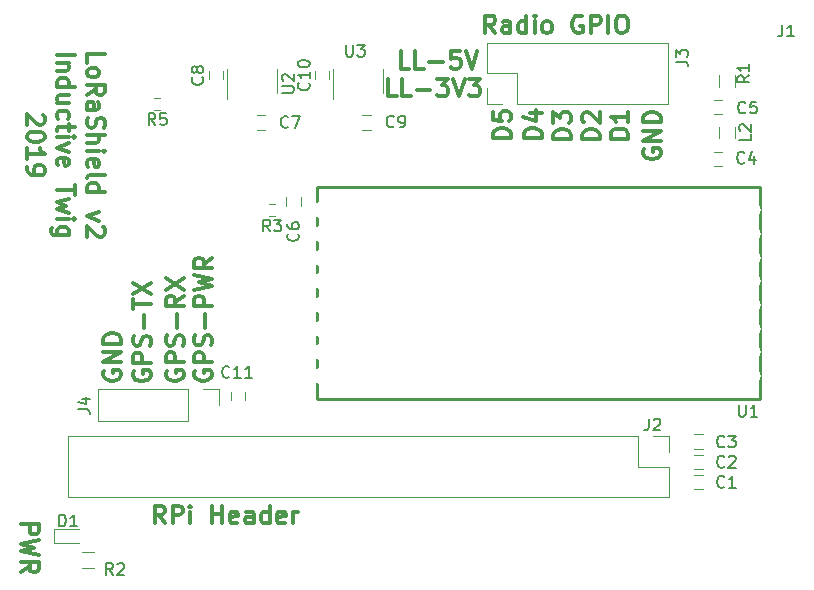
<source format=gto>
G04 #@! TF.GenerationSoftware,KiCad,Pcbnew,(5.1.2)-2*
G04 #@! TF.CreationDate,2020-02-19T10:12:50-05:00*
G04 #@! TF.ProjectId,LoRaShield2,4c6f5261-5368-4696-956c-64322e6b6963,V2*
G04 #@! TF.SameCoordinates,PX437ae70PY8b896f8*
G04 #@! TF.FileFunction,Legend,Top*
G04 #@! TF.FilePolarity,Positive*
%FSLAX46Y46*%
G04 Gerber Fmt 4.6, Leading zero omitted, Abs format (unit mm)*
G04 Created by KiCad (PCBNEW (5.1.2)-2) date 2020-02-19 10:12:50*
%MOMM*%
%LPD*%
G04 APERTURE LIST*
%ADD10C,0.300000*%
%ADD11C,0.250000*%
%ADD12C,0.120000*%
%ADD13C,0.150000*%
%ADD14O,2.200000X2.200000*%
%ADD15R,2.200000X2.200000*%
%ADD16C,3.400000*%
%ADD17R,13.200000X6.200000*%
%ADD18O,4.200000X1.400000*%
%ADD19R,1.000000X0.950000*%
%ADD20R,4.264000X2.200000*%
%ADD21R,4.264000X1.724000*%
%ADD22R,1.100000X0.700000*%
%ADD23R,0.950000X1.000000*%
%ADD24R,1.900000X1.900000*%
%ADD25O,1.900000X1.900000*%
%ADD26R,0.400000X1.300000*%
%ADD27R,0.400000X1.200000*%
%ADD28R,0.800000X1.000000*%
%ADD29R,0.700000X1.100000*%
%ADD30R,0.600000X0.800000*%
%ADD31C,1.000000*%
G04 APERTURE END LIST*
D10*
X15450000Y18242858D02*
X15378571Y18100000D01*
X15378571Y17885715D01*
X15450000Y17671429D01*
X15592857Y17528572D01*
X15735714Y17457143D01*
X16021428Y17385715D01*
X16235714Y17385715D01*
X16521428Y17457143D01*
X16664285Y17528572D01*
X16807142Y17671429D01*
X16878571Y17885715D01*
X16878571Y18028572D01*
X16807142Y18242858D01*
X16735714Y18314286D01*
X16235714Y18314286D01*
X16235714Y18028572D01*
X16878571Y18957143D02*
X15378571Y18957143D01*
X15378571Y19528572D01*
X15450000Y19671429D01*
X15521428Y19742858D01*
X15664285Y19814286D01*
X15878571Y19814286D01*
X16021428Y19742858D01*
X16092857Y19671429D01*
X16164285Y19528572D01*
X16164285Y18957143D01*
X16807142Y20385715D02*
X16878571Y20600000D01*
X16878571Y20957143D01*
X16807142Y21100000D01*
X16735714Y21171429D01*
X16592857Y21242858D01*
X16450000Y21242858D01*
X16307142Y21171429D01*
X16235714Y21100000D01*
X16164285Y20957143D01*
X16092857Y20671429D01*
X16021428Y20528572D01*
X15950000Y20457143D01*
X15807142Y20385715D01*
X15664285Y20385715D01*
X15521428Y20457143D01*
X15450000Y20528572D01*
X15378571Y20671429D01*
X15378571Y21028572D01*
X15450000Y21242858D01*
X16307142Y21885715D02*
X16307142Y23028572D01*
X16878571Y23742858D02*
X15378571Y23742858D01*
X15378571Y24314286D01*
X15450000Y24457143D01*
X15521428Y24528572D01*
X15664285Y24600000D01*
X15878571Y24600000D01*
X16021428Y24528572D01*
X16092857Y24457143D01*
X16164285Y24314286D01*
X16164285Y23742858D01*
X15378571Y25100000D02*
X16878571Y25457143D01*
X15807142Y25742858D01*
X16878571Y26028572D01*
X15378571Y26385715D01*
X16878571Y27814286D02*
X16164285Y27314286D01*
X16878571Y26957143D02*
X15378571Y26957143D01*
X15378571Y27528572D01*
X15450000Y27671429D01*
X15521428Y27742858D01*
X15664285Y27814286D01*
X15878571Y27814286D01*
X16021428Y27742858D01*
X16092857Y27671429D01*
X16164285Y27528572D01*
X16164285Y26957143D01*
X13050000Y18235715D02*
X12978571Y18092858D01*
X12978571Y17878572D01*
X13050000Y17664286D01*
X13192857Y17521429D01*
X13335714Y17450000D01*
X13621428Y17378572D01*
X13835714Y17378572D01*
X14121428Y17450000D01*
X14264285Y17521429D01*
X14407142Y17664286D01*
X14478571Y17878572D01*
X14478571Y18021429D01*
X14407142Y18235715D01*
X14335714Y18307143D01*
X13835714Y18307143D01*
X13835714Y18021429D01*
X14478571Y18950000D02*
X12978571Y18950000D01*
X12978571Y19521429D01*
X13050000Y19664286D01*
X13121428Y19735715D01*
X13264285Y19807143D01*
X13478571Y19807143D01*
X13621428Y19735715D01*
X13692857Y19664286D01*
X13764285Y19521429D01*
X13764285Y18950000D01*
X14407142Y20378572D02*
X14478571Y20592858D01*
X14478571Y20950000D01*
X14407142Y21092858D01*
X14335714Y21164286D01*
X14192857Y21235715D01*
X14050000Y21235715D01*
X13907142Y21164286D01*
X13835714Y21092858D01*
X13764285Y20950000D01*
X13692857Y20664286D01*
X13621428Y20521429D01*
X13550000Y20450000D01*
X13407142Y20378572D01*
X13264285Y20378572D01*
X13121428Y20450000D01*
X13050000Y20521429D01*
X12978571Y20664286D01*
X12978571Y21021429D01*
X13050000Y21235715D01*
X13907142Y21878572D02*
X13907142Y23021429D01*
X14478571Y24592858D02*
X13764285Y24092858D01*
X14478571Y23735715D02*
X12978571Y23735715D01*
X12978571Y24307143D01*
X13050000Y24450000D01*
X13121428Y24521429D01*
X13264285Y24592858D01*
X13478571Y24592858D01*
X13621428Y24521429D01*
X13692857Y24450000D01*
X13764285Y24307143D01*
X13764285Y23735715D01*
X12978571Y25092858D02*
X14478571Y26092858D01*
X12978571Y26092858D02*
X14478571Y25092858D01*
X10250000Y18214286D02*
X10178571Y18071429D01*
X10178571Y17857143D01*
X10250000Y17642858D01*
X10392857Y17500000D01*
X10535714Y17428572D01*
X10821428Y17357143D01*
X11035714Y17357143D01*
X11321428Y17428572D01*
X11464285Y17500000D01*
X11607142Y17642858D01*
X11678571Y17857143D01*
X11678571Y18000000D01*
X11607142Y18214286D01*
X11535714Y18285715D01*
X11035714Y18285715D01*
X11035714Y18000000D01*
X11678571Y18928572D02*
X10178571Y18928572D01*
X10178571Y19500000D01*
X10250000Y19642858D01*
X10321428Y19714286D01*
X10464285Y19785715D01*
X10678571Y19785715D01*
X10821428Y19714286D01*
X10892857Y19642858D01*
X10964285Y19500000D01*
X10964285Y18928572D01*
X11607142Y20357143D02*
X11678571Y20571429D01*
X11678571Y20928572D01*
X11607142Y21071429D01*
X11535714Y21142858D01*
X11392857Y21214286D01*
X11250000Y21214286D01*
X11107142Y21142858D01*
X11035714Y21071429D01*
X10964285Y20928572D01*
X10892857Y20642858D01*
X10821428Y20500000D01*
X10750000Y20428572D01*
X10607142Y20357143D01*
X10464285Y20357143D01*
X10321428Y20428572D01*
X10250000Y20500000D01*
X10178571Y20642858D01*
X10178571Y21000000D01*
X10250000Y21214286D01*
X11107142Y21857143D02*
X11107142Y23000000D01*
X10178571Y23500000D02*
X10178571Y24357143D01*
X11678571Y23928572D02*
X10178571Y23928572D01*
X10178571Y24714286D02*
X11678571Y25714286D01*
X10178571Y25714286D02*
X11678571Y24714286D01*
X7750000Y18257143D02*
X7678571Y18114286D01*
X7678571Y17900000D01*
X7750000Y17685715D01*
X7892857Y17542858D01*
X8035714Y17471429D01*
X8321428Y17400000D01*
X8535714Y17400000D01*
X8821428Y17471429D01*
X8964285Y17542858D01*
X9107142Y17685715D01*
X9178571Y17900000D01*
X9178571Y18042858D01*
X9107142Y18257143D01*
X9035714Y18328572D01*
X8535714Y18328572D01*
X8535714Y18042858D01*
X9178571Y18971429D02*
X7678571Y18971429D01*
X9178571Y19828572D01*
X7678571Y19828572D01*
X9178571Y20542858D02*
X7678571Y20542858D01*
X7678571Y20900000D01*
X7750000Y21114286D01*
X7892857Y21257143D01*
X8035714Y21328572D01*
X8321428Y21400000D01*
X8535714Y21400000D01*
X8821428Y21328572D01*
X8964285Y21257143D01*
X9107142Y21114286D01*
X9178571Y20900000D01*
X9178571Y20542858D01*
X40857142Y46821429D02*
X40357142Y47535715D01*
X40000000Y46821429D02*
X40000000Y48321429D01*
X40571428Y48321429D01*
X40714285Y48250000D01*
X40785714Y48178572D01*
X40857142Y48035715D01*
X40857142Y47821429D01*
X40785714Y47678572D01*
X40714285Y47607143D01*
X40571428Y47535715D01*
X40000000Y47535715D01*
X42142857Y46821429D02*
X42142857Y47607143D01*
X42071428Y47750000D01*
X41928571Y47821429D01*
X41642857Y47821429D01*
X41500000Y47750000D01*
X42142857Y46892858D02*
X42000000Y46821429D01*
X41642857Y46821429D01*
X41500000Y46892858D01*
X41428571Y47035715D01*
X41428571Y47178572D01*
X41500000Y47321429D01*
X41642857Y47392858D01*
X42000000Y47392858D01*
X42142857Y47464286D01*
X43500000Y46821429D02*
X43500000Y48321429D01*
X43500000Y46892858D02*
X43357142Y46821429D01*
X43071428Y46821429D01*
X42928571Y46892858D01*
X42857142Y46964286D01*
X42785714Y47107143D01*
X42785714Y47535715D01*
X42857142Y47678572D01*
X42928571Y47750000D01*
X43071428Y47821429D01*
X43357142Y47821429D01*
X43500000Y47750000D01*
X44214285Y46821429D02*
X44214285Y47821429D01*
X44214285Y48321429D02*
X44142857Y48250000D01*
X44214285Y48178572D01*
X44285714Y48250000D01*
X44214285Y48321429D01*
X44214285Y48178572D01*
X45142857Y46821429D02*
X45000000Y46892858D01*
X44928571Y46964286D01*
X44857142Y47107143D01*
X44857142Y47535715D01*
X44928571Y47678572D01*
X45000000Y47750000D01*
X45142857Y47821429D01*
X45357142Y47821429D01*
X45500000Y47750000D01*
X45571428Y47678572D01*
X45642857Y47535715D01*
X45642857Y47107143D01*
X45571428Y46964286D01*
X45500000Y46892858D01*
X45357142Y46821429D01*
X45142857Y46821429D01*
X48214285Y48250000D02*
X48071428Y48321429D01*
X47857142Y48321429D01*
X47642857Y48250000D01*
X47500000Y48107143D01*
X47428571Y47964286D01*
X47357142Y47678572D01*
X47357142Y47464286D01*
X47428571Y47178572D01*
X47500000Y47035715D01*
X47642857Y46892858D01*
X47857142Y46821429D01*
X48000000Y46821429D01*
X48214285Y46892858D01*
X48285714Y46964286D01*
X48285714Y47464286D01*
X48000000Y47464286D01*
X48928571Y46821429D02*
X48928571Y48321429D01*
X49500000Y48321429D01*
X49642857Y48250000D01*
X49714285Y48178572D01*
X49785714Y48035715D01*
X49785714Y47821429D01*
X49714285Y47678572D01*
X49642857Y47607143D01*
X49500000Y47535715D01*
X48928571Y47535715D01*
X50428571Y46821429D02*
X50428571Y48321429D01*
X51428571Y48321429D02*
X51714285Y48321429D01*
X51857142Y48250000D01*
X52000000Y48107143D01*
X52071428Y47821429D01*
X52071428Y47321429D01*
X52000000Y47035715D01*
X51857142Y46892858D01*
X51714285Y46821429D01*
X51428571Y46821429D01*
X51285714Y46892858D01*
X51142857Y47035715D01*
X51071428Y47321429D01*
X51071428Y47821429D01*
X51142857Y48107143D01*
X51285714Y48250000D01*
X51428571Y48321429D01*
X12892857Y5321429D02*
X12392857Y6035715D01*
X12035714Y5321429D02*
X12035714Y6821429D01*
X12607142Y6821429D01*
X12750000Y6750000D01*
X12821428Y6678572D01*
X12892857Y6535715D01*
X12892857Y6321429D01*
X12821428Y6178572D01*
X12750000Y6107143D01*
X12607142Y6035715D01*
X12035714Y6035715D01*
X13535714Y5321429D02*
X13535714Y6821429D01*
X14107142Y6821429D01*
X14250000Y6750000D01*
X14321428Y6678572D01*
X14392857Y6535715D01*
X14392857Y6321429D01*
X14321428Y6178572D01*
X14250000Y6107143D01*
X14107142Y6035715D01*
X13535714Y6035715D01*
X15035714Y5321429D02*
X15035714Y6321429D01*
X15035714Y6821429D02*
X14964285Y6750000D01*
X15035714Y6678572D01*
X15107142Y6750000D01*
X15035714Y6821429D01*
X15035714Y6678572D01*
X16892857Y5321429D02*
X16892857Y6821429D01*
X16892857Y6107143D02*
X17750000Y6107143D01*
X17750000Y5321429D02*
X17750000Y6821429D01*
X19035714Y5392858D02*
X18892857Y5321429D01*
X18607142Y5321429D01*
X18464285Y5392858D01*
X18392857Y5535715D01*
X18392857Y6107143D01*
X18464285Y6250000D01*
X18607142Y6321429D01*
X18892857Y6321429D01*
X19035714Y6250000D01*
X19107142Y6107143D01*
X19107142Y5964286D01*
X18392857Y5821429D01*
X20392857Y5321429D02*
X20392857Y6107143D01*
X20321428Y6250000D01*
X20178571Y6321429D01*
X19892857Y6321429D01*
X19750000Y6250000D01*
X20392857Y5392858D02*
X20250000Y5321429D01*
X19892857Y5321429D01*
X19750000Y5392858D01*
X19678571Y5535715D01*
X19678571Y5678572D01*
X19750000Y5821429D01*
X19892857Y5892858D01*
X20250000Y5892858D01*
X20392857Y5964286D01*
X21750000Y5321429D02*
X21750000Y6821429D01*
X21750000Y5392858D02*
X21607142Y5321429D01*
X21321428Y5321429D01*
X21178571Y5392858D01*
X21107142Y5464286D01*
X21035714Y5607143D01*
X21035714Y6035715D01*
X21107142Y6178572D01*
X21178571Y6250000D01*
X21321428Y6321429D01*
X21607142Y6321429D01*
X21750000Y6250000D01*
X23035714Y5392858D02*
X22892857Y5321429D01*
X22607142Y5321429D01*
X22464285Y5392858D01*
X22392857Y5535715D01*
X22392857Y6107143D01*
X22464285Y6250000D01*
X22607142Y6321429D01*
X22892857Y6321429D01*
X23035714Y6250000D01*
X23107142Y6107143D01*
X23107142Y5964286D01*
X22392857Y5821429D01*
X23750000Y5321429D02*
X23750000Y6321429D01*
X23750000Y6035715D02*
X23821428Y6178572D01*
X23892857Y6250000D01*
X24035714Y6321429D01*
X24178571Y6321429D01*
X33571428Y43821429D02*
X32857142Y43821429D01*
X32857142Y45321429D01*
X34785714Y43821429D02*
X34071428Y43821429D01*
X34071428Y45321429D01*
X35285714Y44392858D02*
X36428571Y44392858D01*
X37857142Y45321429D02*
X37142857Y45321429D01*
X37071428Y44607143D01*
X37142857Y44678572D01*
X37285714Y44750000D01*
X37642857Y44750000D01*
X37785714Y44678572D01*
X37857142Y44607143D01*
X37928571Y44464286D01*
X37928571Y44107143D01*
X37857142Y43964286D01*
X37785714Y43892858D01*
X37642857Y43821429D01*
X37285714Y43821429D01*
X37142857Y43892858D01*
X37071428Y43964286D01*
X38357142Y45321429D02*
X38857142Y43821429D01*
X39357142Y45321429D01*
X721428Y5250000D02*
X2221428Y5250000D01*
X2221428Y4678572D01*
X2150000Y4535715D01*
X2078571Y4464286D01*
X1935714Y4392858D01*
X1721428Y4392858D01*
X1578571Y4464286D01*
X1507142Y4535715D01*
X1435714Y4678572D01*
X1435714Y5250000D01*
X2221428Y3892858D02*
X721428Y3535715D01*
X1792857Y3250000D01*
X721428Y2964286D01*
X2221428Y2607143D01*
X721428Y1178572D02*
X1435714Y1678572D01*
X721428Y2035715D02*
X2221428Y2035715D01*
X2221428Y1464286D01*
X2150000Y1321429D01*
X2078571Y1250000D01*
X1935714Y1178572D01*
X1721428Y1178572D01*
X1578571Y1250000D01*
X1507142Y1321429D01*
X1435714Y1464286D01*
X1435714Y2035715D01*
X53450000Y37007143D02*
X53378571Y36864286D01*
X53378571Y36650000D01*
X53450000Y36435715D01*
X53592857Y36292858D01*
X53735714Y36221429D01*
X54021428Y36150000D01*
X54235714Y36150000D01*
X54521428Y36221429D01*
X54664285Y36292858D01*
X54807142Y36435715D01*
X54878571Y36650000D01*
X54878571Y36792858D01*
X54807142Y37007143D01*
X54735714Y37078572D01*
X54235714Y37078572D01*
X54235714Y36792858D01*
X54878571Y37721429D02*
X53378571Y37721429D01*
X54878571Y38578572D01*
X53378571Y38578572D01*
X54878571Y39292858D02*
X53378571Y39292858D01*
X53378571Y39650000D01*
X53450000Y39864286D01*
X53592857Y40007143D01*
X53735714Y40078572D01*
X54021428Y40150000D01*
X54235714Y40150000D01*
X54521428Y40078572D01*
X54664285Y40007143D01*
X54807142Y39864286D01*
X54878571Y39650000D01*
X54878571Y39292858D01*
X52128571Y37892858D02*
X50628571Y37892858D01*
X50628571Y38250000D01*
X50700000Y38464286D01*
X50842857Y38607143D01*
X50985714Y38678572D01*
X51271428Y38750000D01*
X51485714Y38750000D01*
X51771428Y38678572D01*
X51914285Y38607143D01*
X52057142Y38464286D01*
X52128571Y38250000D01*
X52128571Y37892858D01*
X52128571Y40178572D02*
X52128571Y39321429D01*
X52128571Y39750000D02*
X50628571Y39750000D01*
X50842857Y39607143D01*
X50985714Y39464286D01*
X51057142Y39321429D01*
X49728571Y37842858D02*
X48228571Y37842858D01*
X48228571Y38200000D01*
X48300000Y38414286D01*
X48442857Y38557143D01*
X48585714Y38628572D01*
X48871428Y38700000D01*
X49085714Y38700000D01*
X49371428Y38628572D01*
X49514285Y38557143D01*
X49657142Y38414286D01*
X49728571Y38200000D01*
X49728571Y37842858D01*
X48371428Y39271429D02*
X48300000Y39342858D01*
X48228571Y39485715D01*
X48228571Y39842858D01*
X48300000Y39985715D01*
X48371428Y40057143D01*
X48514285Y40128572D01*
X48657142Y40128572D01*
X48871428Y40057143D01*
X49728571Y39200000D01*
X49728571Y40128572D01*
X47278571Y37842858D02*
X45778571Y37842858D01*
X45778571Y38200000D01*
X45850000Y38414286D01*
X45992857Y38557143D01*
X46135714Y38628572D01*
X46421428Y38700000D01*
X46635714Y38700000D01*
X46921428Y38628572D01*
X47064285Y38557143D01*
X47207142Y38414286D01*
X47278571Y38200000D01*
X47278571Y37842858D01*
X45778571Y39200000D02*
X45778571Y40128572D01*
X46350000Y39628572D01*
X46350000Y39842858D01*
X46421428Y39985715D01*
X46492857Y40057143D01*
X46635714Y40128572D01*
X46992857Y40128572D01*
X47135714Y40057143D01*
X47207142Y39985715D01*
X47278571Y39842858D01*
X47278571Y39414286D01*
X47207142Y39271429D01*
X47135714Y39200000D01*
X44778571Y37942858D02*
X43278571Y37942858D01*
X43278571Y38300000D01*
X43350000Y38514286D01*
X43492857Y38657143D01*
X43635714Y38728572D01*
X43921428Y38800000D01*
X44135714Y38800000D01*
X44421428Y38728572D01*
X44564285Y38657143D01*
X44707142Y38514286D01*
X44778571Y38300000D01*
X44778571Y37942858D01*
X43778571Y40085715D02*
X44778571Y40085715D01*
X43207142Y39728572D02*
X44278571Y39371429D01*
X44278571Y40300000D01*
X42178571Y37942858D02*
X40678571Y37942858D01*
X40678571Y38300000D01*
X40750000Y38514286D01*
X40892857Y38657143D01*
X41035714Y38728572D01*
X41321428Y38800000D01*
X41535714Y38800000D01*
X41821428Y38728572D01*
X41964285Y38657143D01*
X42107142Y38514286D01*
X42178571Y38300000D01*
X42178571Y37942858D01*
X40678571Y40157143D02*
X40678571Y39442858D01*
X41392857Y39371429D01*
X41321428Y39442858D01*
X41250000Y39585715D01*
X41250000Y39942858D01*
X41321428Y40085715D01*
X41392857Y40157143D01*
X41535714Y40228572D01*
X41892857Y40228572D01*
X42035714Y40157143D01*
X42107142Y40085715D01*
X42178571Y39942858D01*
X42178571Y39585715D01*
X42107142Y39442858D01*
X42035714Y39371429D01*
X32507142Y41471429D02*
X31792857Y41471429D01*
X31792857Y42971429D01*
X33721428Y41471429D02*
X33007142Y41471429D01*
X33007142Y42971429D01*
X34221428Y42042858D02*
X35364285Y42042858D01*
X35935714Y42971429D02*
X36864285Y42971429D01*
X36364285Y42400000D01*
X36578571Y42400000D01*
X36721428Y42328572D01*
X36792857Y42257143D01*
X36864285Y42114286D01*
X36864285Y41757143D01*
X36792857Y41614286D01*
X36721428Y41542858D01*
X36578571Y41471429D01*
X36150000Y41471429D01*
X36007142Y41542858D01*
X35935714Y41614286D01*
X37292857Y42971429D02*
X37792857Y41471429D01*
X38292857Y42971429D01*
X38650000Y42971429D02*
X39578571Y42971429D01*
X39078571Y42400000D01*
X39292857Y42400000D01*
X39435714Y42328572D01*
X39507142Y42257143D01*
X39578571Y42114286D01*
X39578571Y41757143D01*
X39507142Y41614286D01*
X39435714Y41542858D01*
X39292857Y41471429D01*
X38864285Y41471429D01*
X38721428Y41542858D01*
X38650000Y41614286D01*
X6311428Y44314286D02*
X6311428Y45028572D01*
X7811428Y45028572D01*
X6311428Y43600000D02*
X6382857Y43742858D01*
X6454285Y43814286D01*
X6597142Y43885715D01*
X7025714Y43885715D01*
X7168571Y43814286D01*
X7240000Y43742858D01*
X7311428Y43600000D01*
X7311428Y43385715D01*
X7240000Y43242858D01*
X7168571Y43171429D01*
X7025714Y43100000D01*
X6597142Y43100000D01*
X6454285Y43171429D01*
X6382857Y43242858D01*
X6311428Y43385715D01*
X6311428Y43600000D01*
X6311428Y41600000D02*
X7025714Y42100000D01*
X6311428Y42457143D02*
X7811428Y42457143D01*
X7811428Y41885715D01*
X7740000Y41742858D01*
X7668571Y41671429D01*
X7525714Y41600000D01*
X7311428Y41600000D01*
X7168571Y41671429D01*
X7097142Y41742858D01*
X7025714Y41885715D01*
X7025714Y42457143D01*
X6311428Y40314286D02*
X7097142Y40314286D01*
X7240000Y40385715D01*
X7311428Y40528572D01*
X7311428Y40814286D01*
X7240000Y40957143D01*
X6382857Y40314286D02*
X6311428Y40457143D01*
X6311428Y40814286D01*
X6382857Y40957143D01*
X6525714Y41028572D01*
X6668571Y41028572D01*
X6811428Y40957143D01*
X6882857Y40814286D01*
X6882857Y40457143D01*
X6954285Y40314286D01*
X6382857Y39671429D02*
X6311428Y39457143D01*
X6311428Y39100000D01*
X6382857Y38957143D01*
X6454285Y38885715D01*
X6597142Y38814286D01*
X6740000Y38814286D01*
X6882857Y38885715D01*
X6954285Y38957143D01*
X7025714Y39100000D01*
X7097142Y39385715D01*
X7168571Y39528572D01*
X7240000Y39600000D01*
X7382857Y39671429D01*
X7525714Y39671429D01*
X7668571Y39600000D01*
X7740000Y39528572D01*
X7811428Y39385715D01*
X7811428Y39028572D01*
X7740000Y38814286D01*
X6311428Y38171429D02*
X7811428Y38171429D01*
X6311428Y37528572D02*
X7097142Y37528572D01*
X7240000Y37600000D01*
X7311428Y37742858D01*
X7311428Y37957143D01*
X7240000Y38100000D01*
X7168571Y38171429D01*
X6311428Y36814286D02*
X7311428Y36814286D01*
X7811428Y36814286D02*
X7740000Y36885715D01*
X7668571Y36814286D01*
X7740000Y36742858D01*
X7811428Y36814286D01*
X7668571Y36814286D01*
X6382857Y35528572D02*
X6311428Y35671429D01*
X6311428Y35957143D01*
X6382857Y36100000D01*
X6525714Y36171429D01*
X7097142Y36171429D01*
X7240000Y36100000D01*
X7311428Y35957143D01*
X7311428Y35671429D01*
X7240000Y35528572D01*
X7097142Y35457143D01*
X6954285Y35457143D01*
X6811428Y36171429D01*
X6311428Y34600000D02*
X6382857Y34742858D01*
X6525714Y34814286D01*
X7811428Y34814286D01*
X6311428Y33385715D02*
X7811428Y33385715D01*
X6382857Y33385715D02*
X6311428Y33528572D01*
X6311428Y33814286D01*
X6382857Y33957143D01*
X6454285Y34028572D01*
X6597142Y34100000D01*
X7025714Y34100000D01*
X7168571Y34028572D01*
X7240000Y33957143D01*
X7311428Y33814286D01*
X7311428Y33528572D01*
X7240000Y33385715D01*
X7311428Y31671429D02*
X6311428Y31314286D01*
X7311428Y30957143D01*
X7668571Y30457143D02*
X7740000Y30385715D01*
X7811428Y30242858D01*
X7811428Y29885715D01*
X7740000Y29742858D01*
X7668571Y29671429D01*
X7525714Y29600000D01*
X7382857Y29600000D01*
X7168571Y29671429D01*
X6311428Y30528572D01*
X6311428Y29600000D01*
X3761428Y44992858D02*
X5261428Y44992858D01*
X4761428Y44278572D02*
X3761428Y44278572D01*
X4618571Y44278572D02*
X4690000Y44207143D01*
X4761428Y44064286D01*
X4761428Y43850000D01*
X4690000Y43707143D01*
X4547142Y43635715D01*
X3761428Y43635715D01*
X3761428Y42278572D02*
X5261428Y42278572D01*
X3832857Y42278572D02*
X3761428Y42421429D01*
X3761428Y42707143D01*
X3832857Y42850000D01*
X3904285Y42921429D01*
X4047142Y42992858D01*
X4475714Y42992858D01*
X4618571Y42921429D01*
X4690000Y42850000D01*
X4761428Y42707143D01*
X4761428Y42421429D01*
X4690000Y42278572D01*
X4761428Y40921429D02*
X3761428Y40921429D01*
X4761428Y41564286D02*
X3975714Y41564286D01*
X3832857Y41492858D01*
X3761428Y41350000D01*
X3761428Y41135715D01*
X3832857Y40992858D01*
X3904285Y40921429D01*
X3832857Y39564286D02*
X3761428Y39707143D01*
X3761428Y39992858D01*
X3832857Y40135715D01*
X3904285Y40207143D01*
X4047142Y40278572D01*
X4475714Y40278572D01*
X4618571Y40207143D01*
X4690000Y40135715D01*
X4761428Y39992858D01*
X4761428Y39707143D01*
X4690000Y39564286D01*
X4761428Y39135715D02*
X4761428Y38564286D01*
X5261428Y38921429D02*
X3975714Y38921429D01*
X3832857Y38850000D01*
X3761428Y38707143D01*
X3761428Y38564286D01*
X3761428Y38064286D02*
X4761428Y38064286D01*
X5261428Y38064286D02*
X5190000Y38135715D01*
X5118571Y38064286D01*
X5190000Y37992858D01*
X5261428Y38064286D01*
X5118571Y38064286D01*
X4761428Y37492858D02*
X3761428Y37135715D01*
X4761428Y36778572D01*
X3832857Y35635715D02*
X3761428Y35778572D01*
X3761428Y36064286D01*
X3832857Y36207143D01*
X3975714Y36278572D01*
X4547142Y36278572D01*
X4690000Y36207143D01*
X4761428Y36064286D01*
X4761428Y35778572D01*
X4690000Y35635715D01*
X4547142Y35564286D01*
X4404285Y35564286D01*
X4261428Y36278572D01*
X5261428Y33992858D02*
X5261428Y33135715D01*
X3761428Y33564286D02*
X5261428Y33564286D01*
X4761428Y32778572D02*
X3761428Y32492858D01*
X4475714Y32207143D01*
X3761428Y31921429D01*
X4761428Y31635715D01*
X3761428Y31064286D02*
X4761428Y31064286D01*
X5261428Y31064286D02*
X5190000Y31135715D01*
X5118571Y31064286D01*
X5190000Y30992858D01*
X5261428Y31064286D01*
X5118571Y31064286D01*
X4761428Y29707143D02*
X3547142Y29707143D01*
X3404285Y29778572D01*
X3332857Y29850000D01*
X3261428Y29992858D01*
X3261428Y30207143D01*
X3332857Y30350000D01*
X3832857Y29707143D02*
X3761428Y29850000D01*
X3761428Y30135715D01*
X3832857Y30278572D01*
X3904285Y30350000D01*
X4047142Y30421429D01*
X4475714Y30421429D01*
X4618571Y30350000D01*
X4690000Y30278572D01*
X4761428Y30135715D01*
X4761428Y29850000D01*
X4690000Y29707143D01*
X2568571Y39921429D02*
X2640000Y39850000D01*
X2711428Y39707143D01*
X2711428Y39350000D01*
X2640000Y39207143D01*
X2568571Y39135715D01*
X2425714Y39064286D01*
X2282857Y39064286D01*
X2068571Y39135715D01*
X1211428Y39992858D01*
X1211428Y39064286D01*
X2711428Y38135715D02*
X2711428Y37992858D01*
X2640000Y37850000D01*
X2568571Y37778572D01*
X2425714Y37707143D01*
X2140000Y37635715D01*
X1782857Y37635715D01*
X1497142Y37707143D01*
X1354285Y37778572D01*
X1282857Y37850000D01*
X1211428Y37992858D01*
X1211428Y38135715D01*
X1282857Y38278572D01*
X1354285Y38350000D01*
X1497142Y38421429D01*
X1782857Y38492858D01*
X2140000Y38492858D01*
X2425714Y38421429D01*
X2568571Y38350000D01*
X2640000Y38278572D01*
X2711428Y38135715D01*
X1211428Y36207143D02*
X1211428Y37064286D01*
X1211428Y36635715D02*
X2711428Y36635715D01*
X2497142Y36778572D01*
X2354285Y36921429D01*
X2282857Y37064286D01*
X1211428Y35492858D02*
X1211428Y35207143D01*
X1282857Y35064286D01*
X1354285Y34992858D01*
X1568571Y34850000D01*
X1854285Y34778572D01*
X2425714Y34778572D01*
X2568571Y34850000D01*
X2640000Y34921429D01*
X2711428Y35064286D01*
X2711428Y35350000D01*
X2640000Y35492858D01*
X2568571Y35564286D01*
X2425714Y35635715D01*
X2068571Y35635715D01*
X1925714Y35564286D01*
X1854285Y35492858D01*
X1782857Y35350000D01*
X1782857Y35064286D01*
X1854285Y34921429D01*
X1925714Y34850000D01*
X2068571Y34778572D01*
D11*
X25742000Y15815000D02*
X63242000Y15815000D01*
X25742000Y33815000D02*
X25742000Y15815000D01*
X63242000Y33815000D02*
X25742000Y33815000D01*
X63242000Y15815000D02*
X63242000Y33815000D01*
D12*
X58425000Y8200000D02*
X57725000Y8200000D01*
X57725000Y9400000D02*
X58425000Y9400000D01*
X58425000Y9900000D02*
X57725000Y9900000D01*
X57725000Y11100000D02*
X58425000Y11100000D01*
X58425000Y11650000D02*
X57725000Y11650000D01*
X57725000Y12850000D02*
X58425000Y12850000D01*
X59360000Y36790000D02*
X60060000Y36790000D01*
X60060000Y35590000D02*
X59360000Y35590000D01*
X59360000Y41190000D02*
X60060000Y41190000D01*
X60060000Y39990000D02*
X59360000Y39990000D01*
X59780000Y37920000D02*
X59780000Y38920000D01*
X61140000Y38920000D02*
X61140000Y37920000D01*
X24380000Y32920000D02*
X24380000Y32220000D01*
X23180000Y32220000D02*
X23180000Y32920000D01*
X21400000Y38665000D02*
X20700000Y38665000D01*
X20700000Y39865000D02*
X21400000Y39865000D01*
X17800000Y43615000D02*
X17800000Y42915000D01*
X16600000Y42915000D02*
X16600000Y43615000D01*
X4652000Y12730000D02*
X4652000Y7530000D01*
X52972000Y12730000D02*
X4652000Y12730000D01*
X55572000Y7530000D02*
X4652000Y7530000D01*
X52972000Y12730000D02*
X52972000Y10130000D01*
X52972000Y10130000D02*
X55572000Y10130000D01*
X55572000Y10130000D02*
X55572000Y7530000D01*
X54242000Y12730000D02*
X55572000Y12730000D01*
X55572000Y12730000D02*
X55572000Y11400000D01*
X22342000Y43765000D02*
X22342000Y41765000D01*
X18142000Y43765000D02*
X18142000Y41265000D01*
X30300000Y38665000D02*
X29600000Y38665000D01*
X29600000Y39865000D02*
X30300000Y39865000D01*
X26800000Y43615000D02*
X26800000Y42915000D01*
X25600000Y42915000D02*
X25600000Y43615000D01*
X61140000Y43310000D02*
X61140000Y42310000D01*
X59780000Y42310000D02*
X59780000Y43310000D01*
X31342000Y43765000D02*
X31342000Y41765000D01*
X27142000Y43765000D02*
X27142000Y41265000D01*
X55480000Y40820000D02*
X55480000Y46020000D01*
X42720000Y40820000D02*
X55480000Y40820000D01*
X40120000Y46020000D02*
X55480000Y46020000D01*
X42720000Y40820000D02*
X42720000Y43420000D01*
X42720000Y43420000D02*
X40120000Y43420000D01*
X40120000Y43420000D02*
X40120000Y46020000D01*
X41450000Y40820000D02*
X40120000Y40820000D01*
X40120000Y40820000D02*
X40120000Y42150000D01*
X3525001Y4820000D02*
X5625001Y4820000D01*
X3525001Y3680000D02*
X5625001Y3680000D01*
X3525001Y4820000D02*
X3525001Y3680000D01*
X6900000Y1570000D02*
X5900000Y1570000D01*
X5900000Y2930000D02*
X6900000Y2930000D01*
X21720000Y31310000D02*
X22220000Y31310000D01*
X22220000Y32370000D02*
X21720000Y32370000D01*
X17470000Y16680000D02*
X17470000Y15350000D01*
X16140000Y16680000D02*
X17470000Y16680000D01*
X14870000Y16680000D02*
X14870000Y14020000D01*
X14870000Y14020000D02*
X7190000Y14020000D01*
X14870000Y16680000D02*
X7190000Y16680000D01*
X7190000Y16680000D02*
X7190000Y14020000D01*
X18500000Y15750000D02*
X18500000Y16450000D01*
X19700000Y16450000D02*
X19700000Y15750000D01*
X12500000Y41380000D02*
X12000000Y41380000D01*
X12000000Y40320000D02*
X12500000Y40320000D01*
D13*
X61480095Y15362620D02*
X61480095Y14553096D01*
X61527714Y14457858D01*
X61575333Y14410239D01*
X61670571Y14362620D01*
X61861047Y14362620D01*
X61956285Y14410239D01*
X62003904Y14457858D01*
X62051523Y14553096D01*
X62051523Y15362620D01*
X63051523Y14362620D02*
X62480095Y14362620D01*
X62765809Y14362620D02*
X62765809Y15362620D01*
X62670571Y15219762D01*
X62575333Y15124524D01*
X62480095Y15076905D01*
X60258333Y8442858D02*
X60210714Y8395239D01*
X60067857Y8347620D01*
X59972619Y8347620D01*
X59829761Y8395239D01*
X59734523Y8490477D01*
X59686904Y8585715D01*
X59639285Y8776191D01*
X59639285Y8919048D01*
X59686904Y9109524D01*
X59734523Y9204762D01*
X59829761Y9300000D01*
X59972619Y9347620D01*
X60067857Y9347620D01*
X60210714Y9300000D01*
X60258333Y9252381D01*
X61210714Y8347620D02*
X60639285Y8347620D01*
X60925000Y8347620D02*
X60925000Y9347620D01*
X60829761Y9204762D01*
X60734523Y9109524D01*
X60639285Y9061905D01*
X60258333Y10142858D02*
X60210714Y10095239D01*
X60067857Y10047620D01*
X59972619Y10047620D01*
X59829761Y10095239D01*
X59734523Y10190477D01*
X59686904Y10285715D01*
X59639285Y10476191D01*
X59639285Y10619048D01*
X59686904Y10809524D01*
X59734523Y10904762D01*
X59829761Y11000000D01*
X59972619Y11047620D01*
X60067857Y11047620D01*
X60210714Y11000000D01*
X60258333Y10952381D01*
X60639285Y10952381D02*
X60686904Y11000000D01*
X60782142Y11047620D01*
X61020238Y11047620D01*
X61115476Y11000000D01*
X61163095Y10952381D01*
X61210714Y10857143D01*
X61210714Y10761905D01*
X61163095Y10619048D01*
X60591666Y10047620D01*
X61210714Y10047620D01*
X60258333Y11842858D02*
X60210714Y11795239D01*
X60067857Y11747620D01*
X59972619Y11747620D01*
X59829761Y11795239D01*
X59734523Y11890477D01*
X59686904Y11985715D01*
X59639285Y12176191D01*
X59639285Y12319048D01*
X59686904Y12509524D01*
X59734523Y12604762D01*
X59829761Y12700000D01*
X59972619Y12747620D01*
X60067857Y12747620D01*
X60210714Y12700000D01*
X60258333Y12652381D01*
X60591666Y12747620D02*
X61210714Y12747620D01*
X60877380Y12366667D01*
X61020238Y12366667D01*
X61115476Y12319048D01*
X61163095Y12271429D01*
X61210714Y12176191D01*
X61210714Y11938096D01*
X61163095Y11842858D01*
X61115476Y11795239D01*
X61020238Y11747620D01*
X60734523Y11747620D01*
X60639285Y11795239D01*
X60591666Y11842858D01*
X65166666Y47547620D02*
X65166666Y46833334D01*
X65119047Y46690477D01*
X65023809Y46595239D01*
X64880952Y46547620D01*
X64785714Y46547620D01*
X66166666Y46547620D02*
X65595238Y46547620D01*
X65880952Y46547620D02*
X65880952Y47547620D01*
X65785714Y47404762D01*
X65690476Y47309524D01*
X65595238Y47261905D01*
X61943333Y35882858D02*
X61895714Y35835239D01*
X61752857Y35787620D01*
X61657619Y35787620D01*
X61514761Y35835239D01*
X61419523Y35930477D01*
X61371904Y36025715D01*
X61324285Y36216191D01*
X61324285Y36359048D01*
X61371904Y36549524D01*
X61419523Y36644762D01*
X61514761Y36740000D01*
X61657619Y36787620D01*
X61752857Y36787620D01*
X61895714Y36740000D01*
X61943333Y36692381D01*
X62800476Y36454286D02*
X62800476Y35787620D01*
X62562380Y36835239D02*
X62324285Y36120953D01*
X62943333Y36120953D01*
X62043333Y40132858D02*
X61995714Y40085239D01*
X61852857Y40037620D01*
X61757619Y40037620D01*
X61614761Y40085239D01*
X61519523Y40180477D01*
X61471904Y40275715D01*
X61424285Y40466191D01*
X61424285Y40609048D01*
X61471904Y40799524D01*
X61519523Y40894762D01*
X61614761Y40990000D01*
X61757619Y41037620D01*
X61852857Y41037620D01*
X61995714Y40990000D01*
X62043333Y40942381D01*
X62948095Y41037620D02*
X62471904Y41037620D01*
X62424285Y40561429D01*
X62471904Y40609048D01*
X62567142Y40656667D01*
X62805238Y40656667D01*
X62900476Y40609048D01*
X62948095Y40561429D01*
X62995714Y40466191D01*
X62995714Y40228096D01*
X62948095Y40132858D01*
X62900476Y40085239D01*
X62805238Y40037620D01*
X62567142Y40037620D01*
X62471904Y40085239D01*
X62424285Y40132858D01*
X62512380Y38253334D02*
X62512380Y37777143D01*
X61512380Y37777143D01*
X61607619Y38539048D02*
X61560000Y38586667D01*
X61512380Y38681905D01*
X61512380Y38920000D01*
X61560000Y39015239D01*
X61607619Y39062858D01*
X61702857Y39110477D01*
X61798095Y39110477D01*
X61940952Y39062858D01*
X62512380Y38491429D01*
X62512380Y39110477D01*
X24137142Y29853334D02*
X24184761Y29805715D01*
X24232380Y29662858D01*
X24232380Y29567620D01*
X24184761Y29424762D01*
X24089523Y29329524D01*
X23994285Y29281905D01*
X23803809Y29234286D01*
X23660952Y29234286D01*
X23470476Y29281905D01*
X23375238Y29329524D01*
X23280000Y29424762D01*
X23232380Y29567620D01*
X23232380Y29662858D01*
X23280000Y29805715D01*
X23327619Y29853334D01*
X23232380Y30710477D02*
X23232380Y30520000D01*
X23280000Y30424762D01*
X23327619Y30377143D01*
X23470476Y30281905D01*
X23660952Y30234286D01*
X24041904Y30234286D01*
X24137142Y30281905D01*
X24184761Y30329524D01*
X24232380Y30424762D01*
X24232380Y30615239D01*
X24184761Y30710477D01*
X24137142Y30758096D01*
X24041904Y30805715D01*
X23803809Y30805715D01*
X23708571Y30758096D01*
X23660952Y30710477D01*
X23613333Y30615239D01*
X23613333Y30424762D01*
X23660952Y30329524D01*
X23708571Y30281905D01*
X23803809Y30234286D01*
X23333333Y38892858D02*
X23285714Y38845239D01*
X23142857Y38797620D01*
X23047619Y38797620D01*
X22904761Y38845239D01*
X22809523Y38940477D01*
X22761904Y39035715D01*
X22714285Y39226191D01*
X22714285Y39369048D01*
X22761904Y39559524D01*
X22809523Y39654762D01*
X22904761Y39750000D01*
X23047619Y39797620D01*
X23142857Y39797620D01*
X23285714Y39750000D01*
X23333333Y39702381D01*
X23666666Y39797620D02*
X24333333Y39797620D01*
X23904761Y38797620D01*
X16057142Y43098334D02*
X16104761Y43050715D01*
X16152380Y42907858D01*
X16152380Y42812620D01*
X16104761Y42669762D01*
X16009523Y42574524D01*
X15914285Y42526905D01*
X15723809Y42479286D01*
X15580952Y42479286D01*
X15390476Y42526905D01*
X15295238Y42574524D01*
X15200000Y42669762D01*
X15152380Y42812620D01*
X15152380Y42907858D01*
X15200000Y43050715D01*
X15247619Y43098334D01*
X15580952Y43669762D02*
X15533333Y43574524D01*
X15485714Y43526905D01*
X15390476Y43479286D01*
X15342857Y43479286D01*
X15247619Y43526905D01*
X15200000Y43574524D01*
X15152380Y43669762D01*
X15152380Y43860239D01*
X15200000Y43955477D01*
X15247619Y44003096D01*
X15342857Y44050715D01*
X15390476Y44050715D01*
X15485714Y44003096D01*
X15533333Y43955477D01*
X15580952Y43860239D01*
X15580952Y43669762D01*
X15628571Y43574524D01*
X15676190Y43526905D01*
X15771428Y43479286D01*
X15961904Y43479286D01*
X16057142Y43526905D01*
X16104761Y43574524D01*
X16152380Y43669762D01*
X16152380Y43860239D01*
X16104761Y43955477D01*
X16057142Y44003096D01*
X15961904Y44050715D01*
X15771428Y44050715D01*
X15676190Y44003096D01*
X15628571Y43955477D01*
X15580952Y43860239D01*
X53836666Y14197620D02*
X53836666Y13483334D01*
X53789047Y13340477D01*
X53693809Y13245239D01*
X53550952Y13197620D01*
X53455714Y13197620D01*
X54265238Y14102381D02*
X54312857Y14150000D01*
X54408095Y14197620D01*
X54646190Y14197620D01*
X54741428Y14150000D01*
X54789047Y14102381D01*
X54836666Y14007143D01*
X54836666Y13911905D01*
X54789047Y13769048D01*
X54217619Y13197620D01*
X54836666Y13197620D01*
X22802380Y41788096D02*
X23611904Y41788096D01*
X23707142Y41835715D01*
X23754761Y41883334D01*
X23802380Y41978572D01*
X23802380Y42169048D01*
X23754761Y42264286D01*
X23707142Y42311905D01*
X23611904Y42359524D01*
X22802380Y42359524D01*
X22897619Y42788096D02*
X22850000Y42835715D01*
X22802380Y42930953D01*
X22802380Y43169048D01*
X22850000Y43264286D01*
X22897619Y43311905D01*
X22992857Y43359524D01*
X23088095Y43359524D01*
X23230952Y43311905D01*
X23802380Y42740477D01*
X23802380Y43359524D01*
X32283333Y38942858D02*
X32235714Y38895239D01*
X32092857Y38847620D01*
X31997619Y38847620D01*
X31854761Y38895239D01*
X31759523Y38990477D01*
X31711904Y39085715D01*
X31664285Y39276191D01*
X31664285Y39419048D01*
X31711904Y39609524D01*
X31759523Y39704762D01*
X31854761Y39800000D01*
X31997619Y39847620D01*
X32092857Y39847620D01*
X32235714Y39800000D01*
X32283333Y39752381D01*
X32759523Y38847620D02*
X32950000Y38847620D01*
X33045238Y38895239D01*
X33092857Y38942858D01*
X33188095Y39085715D01*
X33235714Y39276191D01*
X33235714Y39657143D01*
X33188095Y39752381D01*
X33140476Y39800000D01*
X33045238Y39847620D01*
X32854761Y39847620D01*
X32759523Y39800000D01*
X32711904Y39752381D01*
X32664285Y39657143D01*
X32664285Y39419048D01*
X32711904Y39323810D01*
X32759523Y39276191D01*
X32854761Y39228572D01*
X33045238Y39228572D01*
X33140476Y39276191D01*
X33188095Y39323810D01*
X33235714Y39419048D01*
X25057142Y42622143D02*
X25104761Y42574524D01*
X25152380Y42431667D01*
X25152380Y42336429D01*
X25104761Y42193572D01*
X25009523Y42098334D01*
X24914285Y42050715D01*
X24723809Y42003096D01*
X24580952Y42003096D01*
X24390476Y42050715D01*
X24295238Y42098334D01*
X24200000Y42193572D01*
X24152380Y42336429D01*
X24152380Y42431667D01*
X24200000Y42574524D01*
X24247619Y42622143D01*
X25152380Y43574524D02*
X25152380Y43003096D01*
X25152380Y43288810D02*
X24152380Y43288810D01*
X24295238Y43193572D01*
X24390476Y43098334D01*
X24438095Y43003096D01*
X24152380Y44193572D02*
X24152380Y44288810D01*
X24200000Y44384048D01*
X24247619Y44431667D01*
X24342857Y44479286D01*
X24533333Y44526905D01*
X24771428Y44526905D01*
X24961904Y44479286D01*
X25057142Y44431667D01*
X25104761Y44384048D01*
X25152380Y44288810D01*
X25152380Y44193572D01*
X25104761Y44098334D01*
X25057142Y44050715D01*
X24961904Y44003096D01*
X24771428Y43955477D01*
X24533333Y43955477D01*
X24342857Y44003096D01*
X24247619Y44050715D01*
X24200000Y44098334D01*
X24152380Y44193572D01*
X62362380Y43243334D02*
X61886190Y42910000D01*
X62362380Y42671905D02*
X61362380Y42671905D01*
X61362380Y43052858D01*
X61410000Y43148096D01*
X61457619Y43195715D01*
X61552857Y43243334D01*
X61695714Y43243334D01*
X61790952Y43195715D01*
X61838571Y43148096D01*
X61886190Y43052858D01*
X61886190Y42671905D01*
X62362380Y44195715D02*
X62362380Y43624286D01*
X62362380Y43910000D02*
X61362380Y43910000D01*
X61505238Y43814762D01*
X61600476Y43719524D01*
X61648095Y43624286D01*
X28238095Y45847620D02*
X28238095Y45038096D01*
X28285714Y44942858D01*
X28333333Y44895239D01*
X28428571Y44847620D01*
X28619047Y44847620D01*
X28714285Y44895239D01*
X28761904Y44942858D01*
X28809523Y45038096D01*
X28809523Y45847620D01*
X29190476Y45847620D02*
X29809523Y45847620D01*
X29476190Y45466667D01*
X29619047Y45466667D01*
X29714285Y45419048D01*
X29761904Y45371429D01*
X29809523Y45276191D01*
X29809523Y45038096D01*
X29761904Y44942858D01*
X29714285Y44895239D01*
X29619047Y44847620D01*
X29333333Y44847620D01*
X29238095Y44895239D01*
X29190476Y44942858D01*
X56152380Y44416667D02*
X56866666Y44416667D01*
X57009523Y44369048D01*
X57104761Y44273810D01*
X57152380Y44130953D01*
X57152380Y44035715D01*
X56152380Y44797620D02*
X56152380Y45416667D01*
X56533333Y45083334D01*
X56533333Y45226191D01*
X56580952Y45321429D01*
X56628571Y45369048D01*
X56723809Y45416667D01*
X56961904Y45416667D01*
X57057142Y45369048D01*
X57104761Y45321429D01*
X57152380Y45226191D01*
X57152380Y44940477D01*
X57104761Y44845239D01*
X57057142Y44797620D01*
X3936904Y5072620D02*
X3936904Y6072620D01*
X4175000Y6072620D01*
X4317857Y6025000D01*
X4413095Y5929762D01*
X4460714Y5834524D01*
X4508333Y5644048D01*
X4508333Y5501191D01*
X4460714Y5310715D01*
X4413095Y5215477D01*
X4317857Y5120239D01*
X4175000Y5072620D01*
X3936904Y5072620D01*
X5460714Y5072620D02*
X4889285Y5072620D01*
X5175000Y5072620D02*
X5175000Y6072620D01*
X5079761Y5929762D01*
X4984523Y5834524D01*
X4889285Y5786905D01*
X8483333Y947620D02*
X8150000Y1423810D01*
X7911904Y947620D02*
X7911904Y1947620D01*
X8292857Y1947620D01*
X8388095Y1900000D01*
X8435714Y1852381D01*
X8483333Y1757143D01*
X8483333Y1614286D01*
X8435714Y1519048D01*
X8388095Y1471429D01*
X8292857Y1423810D01*
X7911904Y1423810D01*
X8864285Y1852381D02*
X8911904Y1900000D01*
X9007142Y1947620D01*
X9245238Y1947620D01*
X9340476Y1900000D01*
X9388095Y1852381D01*
X9435714Y1757143D01*
X9435714Y1661905D01*
X9388095Y1519048D01*
X8816666Y947620D01*
X9435714Y947620D01*
X21803333Y30037620D02*
X21470000Y30513810D01*
X21231904Y30037620D02*
X21231904Y31037620D01*
X21612857Y31037620D01*
X21708095Y30990000D01*
X21755714Y30942381D01*
X21803333Y30847143D01*
X21803333Y30704286D01*
X21755714Y30609048D01*
X21708095Y30561429D01*
X21612857Y30513810D01*
X21231904Y30513810D01*
X22136666Y31037620D02*
X22755714Y31037620D01*
X22422380Y30656667D01*
X22565238Y30656667D01*
X22660476Y30609048D01*
X22708095Y30561429D01*
X22755714Y30466191D01*
X22755714Y30228096D01*
X22708095Y30132858D01*
X22660476Y30085239D01*
X22565238Y30037620D01*
X22279523Y30037620D01*
X22184285Y30085239D01*
X22136666Y30132858D01*
X5552380Y14966667D02*
X6266666Y14966667D01*
X6409523Y14919048D01*
X6504761Y14823810D01*
X6552380Y14680953D01*
X6552380Y14585715D01*
X5885714Y15871429D02*
X6552380Y15871429D01*
X5504761Y15633334D02*
X6219047Y15395239D01*
X6219047Y16014286D01*
X18357142Y17742858D02*
X18309523Y17695239D01*
X18166666Y17647620D01*
X18071428Y17647620D01*
X17928571Y17695239D01*
X17833333Y17790477D01*
X17785714Y17885715D01*
X17738095Y18076191D01*
X17738095Y18219048D01*
X17785714Y18409524D01*
X17833333Y18504762D01*
X17928571Y18600000D01*
X18071428Y18647620D01*
X18166666Y18647620D01*
X18309523Y18600000D01*
X18357142Y18552381D01*
X19309523Y17647620D02*
X18738095Y17647620D01*
X19023809Y17647620D02*
X19023809Y18647620D01*
X18928571Y18504762D01*
X18833333Y18409524D01*
X18738095Y18361905D01*
X20261904Y17647620D02*
X19690476Y17647620D01*
X19976190Y17647620D02*
X19976190Y18647620D01*
X19880952Y18504762D01*
X19785714Y18409524D01*
X19690476Y18361905D01*
X12083333Y39047620D02*
X11750000Y39523810D01*
X11511904Y39047620D02*
X11511904Y40047620D01*
X11892857Y40047620D01*
X11988095Y40000000D01*
X12035714Y39952381D01*
X12083333Y39857143D01*
X12083333Y39714286D01*
X12035714Y39619048D01*
X11988095Y39571429D01*
X11892857Y39523810D01*
X11511904Y39523810D01*
X12988095Y40047620D02*
X12511904Y40047620D01*
X12464285Y39571429D01*
X12511904Y39619048D01*
X12607142Y39666667D01*
X12845238Y39666667D01*
X12940476Y39619048D01*
X12988095Y39571429D01*
X13035714Y39476191D01*
X13035714Y39238096D01*
X12988095Y39142858D01*
X12940476Y39095239D01*
X12845238Y39047620D01*
X12607142Y39047620D01*
X12511904Y39095239D01*
X12464285Y39142858D01*
%LPC*%
D14*
X18936000Y50928000D03*
X21476000Y50928000D03*
D15*
X28076000Y2668000D03*
D14*
X58556000Y50928000D03*
X30616000Y2668000D03*
X56016000Y50928000D03*
X33156000Y2668000D03*
X53476000Y50928000D03*
X35696000Y2668000D03*
X50936000Y50928000D03*
X38236000Y2668000D03*
X48396000Y50928000D03*
X40776000Y2668000D03*
X45856000Y50928000D03*
X43316000Y2668000D03*
X41796000Y50928000D03*
X45856000Y2668000D03*
X39256000Y50928000D03*
X50936000Y2668000D03*
X36716000Y50928000D03*
X53476000Y2668000D03*
X34176000Y50928000D03*
X56016000Y2668000D03*
X31636000Y50928000D03*
X58556000Y2668000D03*
X29096000Y50928000D03*
X61096000Y2668000D03*
X26556000Y50928000D03*
X63636000Y2668000D03*
X24016000Y50928000D03*
X63636000Y50928000D03*
X61096000Y50928000D03*
D16*
X14106000Y2668000D03*
X15376000Y50928000D03*
X66176000Y7748000D03*
D17*
X46692000Y26565000D03*
D18*
X27542000Y17815000D03*
X27542000Y19815000D03*
X27542000Y21815000D03*
X27542000Y23815000D03*
X27542000Y25815000D03*
X27542000Y27815000D03*
X27542000Y29815000D03*
X27542000Y31815000D03*
X61242000Y31815000D03*
X61242000Y29815000D03*
X61242000Y27815000D03*
X61242000Y25815000D03*
X61242000Y23815000D03*
X61242000Y21815000D03*
X61242000Y19815000D03*
X61242000Y17815000D03*
D19*
X58825000Y8800000D03*
X57325000Y8800000D03*
X58825000Y10500000D03*
X57325000Y10500000D03*
X58825000Y12250000D03*
X57325000Y12250000D03*
D20*
X66500000Y39288000D03*
X66500000Y44812000D03*
D21*
X66500000Y42050000D03*
D19*
X58960000Y36190000D03*
X60460000Y36190000D03*
X58960000Y40590000D03*
X60460000Y40590000D03*
D22*
X60460000Y39170000D03*
X60460000Y37670000D03*
D23*
X23780000Y33320000D03*
X23780000Y31820000D03*
D19*
X21800000Y39265000D03*
X20300000Y39265000D03*
D23*
X17200000Y44015000D03*
X17200000Y42515000D03*
D24*
X54242000Y11400000D03*
D25*
X54242000Y8860000D03*
X51702000Y11400000D03*
X51702000Y8860000D03*
X49162000Y11400000D03*
X49162000Y8860000D03*
X46622000Y11400000D03*
X46622000Y8860000D03*
X44082000Y11400000D03*
X44082000Y8860000D03*
X41542000Y11400000D03*
X41542000Y8860000D03*
X39002000Y11400000D03*
X39002000Y8860000D03*
X36462000Y11400000D03*
X36462000Y8860000D03*
X33922000Y11400000D03*
X33922000Y8860000D03*
X31382000Y11400000D03*
X31382000Y8860000D03*
X28842000Y11400000D03*
X28842000Y8860000D03*
X26302000Y11400000D03*
X26302000Y8860000D03*
X23762000Y11400000D03*
X23762000Y8860000D03*
X21222000Y11400000D03*
X21222000Y8860000D03*
X18682000Y11400000D03*
X18682000Y8860000D03*
X16142000Y11400000D03*
X16142000Y8860000D03*
X13602000Y11400000D03*
X13602000Y8860000D03*
X11062000Y11400000D03*
X11062000Y8860000D03*
X8522000Y11400000D03*
X8522000Y8860000D03*
X5982000Y11400000D03*
X5982000Y8860000D03*
D26*
X18442000Y41915000D03*
D27*
X18842000Y41865000D03*
X19242000Y41865000D03*
X19642000Y41865000D03*
X20042000Y41865000D03*
X20442000Y41865000D03*
X20842000Y41865000D03*
X21242000Y41865000D03*
X21642000Y41865000D03*
X22042000Y41865000D03*
X22042000Y43665000D03*
X21642000Y43665000D03*
X21242000Y43665000D03*
X20842000Y43665000D03*
X20442000Y43665000D03*
X20042000Y43665000D03*
X19642000Y43665000D03*
X19242000Y43665000D03*
X18842000Y43665000D03*
X18442000Y43665000D03*
D19*
X30700000Y39265000D03*
X29200000Y39265000D03*
D23*
X26200000Y44015000D03*
X26200000Y42515000D03*
D22*
X60460000Y42060000D03*
X60460000Y43560000D03*
D26*
X27442000Y41915000D03*
D27*
X27842000Y41865000D03*
X28242000Y41865000D03*
X28642000Y41865000D03*
X29042000Y41865000D03*
X29442000Y41865000D03*
X29842000Y41865000D03*
X30242000Y41865000D03*
X30642000Y41865000D03*
X31042000Y41865000D03*
X31042000Y43665000D03*
X30642000Y43665000D03*
X30242000Y43665000D03*
X29842000Y43665000D03*
X29442000Y43665000D03*
X29042000Y43665000D03*
X28642000Y43665000D03*
X28242000Y43665000D03*
X27842000Y43665000D03*
X27442000Y43665000D03*
D24*
X41450000Y42150000D03*
D25*
X41450000Y44690000D03*
X43990000Y42150000D03*
X43990000Y44690000D03*
X46530000Y42150000D03*
X46530000Y44690000D03*
X49070000Y42150000D03*
X49070000Y44690000D03*
X51610000Y42150000D03*
X51610000Y44690000D03*
X54150000Y42150000D03*
X54150000Y44690000D03*
D28*
X5675001Y4250000D03*
X3975001Y4250000D03*
D29*
X5650000Y2250000D03*
X7150000Y2250000D03*
D30*
X22420000Y31840000D03*
X21520000Y31840000D03*
D25*
X8520000Y15350000D03*
X11060000Y15350000D03*
X13600000Y15350000D03*
D24*
X16140000Y15350000D03*
D23*
X19100000Y15350000D03*
X19100000Y16850000D03*
D31*
X1742000Y51315000D03*
X66742000Y51315000D03*
X1742000Y8315000D03*
D30*
X11800000Y40850000D03*
X12700000Y40850000D03*
M02*

</source>
